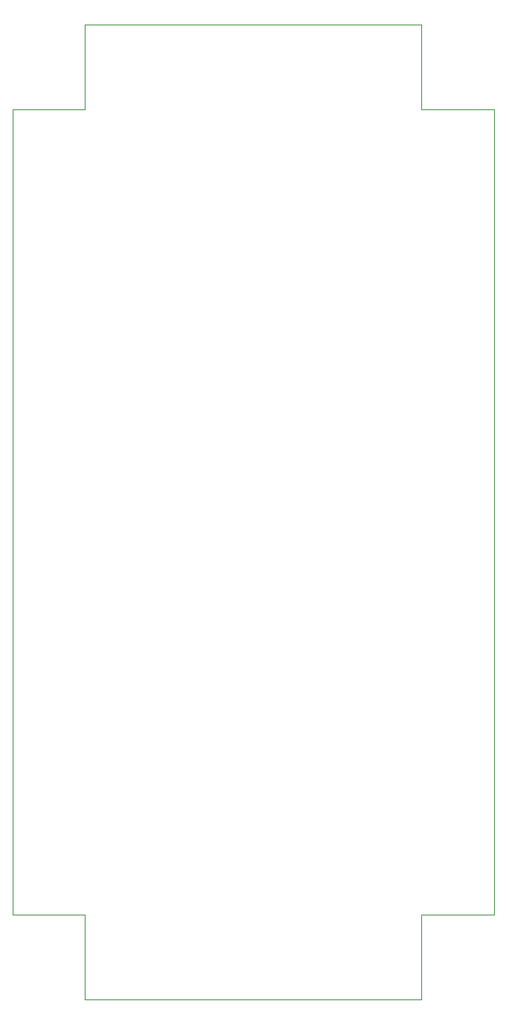
<source format=gm1>
%TF.GenerationSoftware,KiCad,Pcbnew,7.0.6*%
%TF.CreationDate,2024-08-31T12:14:03+02:00*%
%TF.ProjectId,Analog-Video-Comb-Filter,416e616c-6f67-42d5-9669-64656f2d436f,rev?*%
%TF.SameCoordinates,PX71d9820PY9157080*%
%TF.FileFunction,Profile,NP*%
%FSLAX46Y46*%
G04 Gerber Fmt 4.6, Leading zero omitted, Abs format (unit mm)*
G04 Created by KiCad (PCBNEW 7.0.6) date 2024-08-31 12:14:03*
%MOMM*%
%LPD*%
G01*
G04 APERTURE LIST*
%TA.AperFunction,Profile*%
%ADD10C,0.050000*%
%TD*%
G04 APERTURE END LIST*
%TO.C,N1*%
D10*
X45940000Y96340000D02*
X53690000Y96340000D01*
X53690000Y10340000D01*
X45940000Y10340000D01*
X45940000Y1270000D01*
X9940000Y1270000D01*
X9940000Y10340000D01*
X2190000Y10340000D01*
X2190000Y96340000D01*
X9940000Y96340000D01*
X9940000Y105410000D01*
X45940000Y105410000D01*
X45940000Y96340000D01*
%TD*%
M02*

</source>
